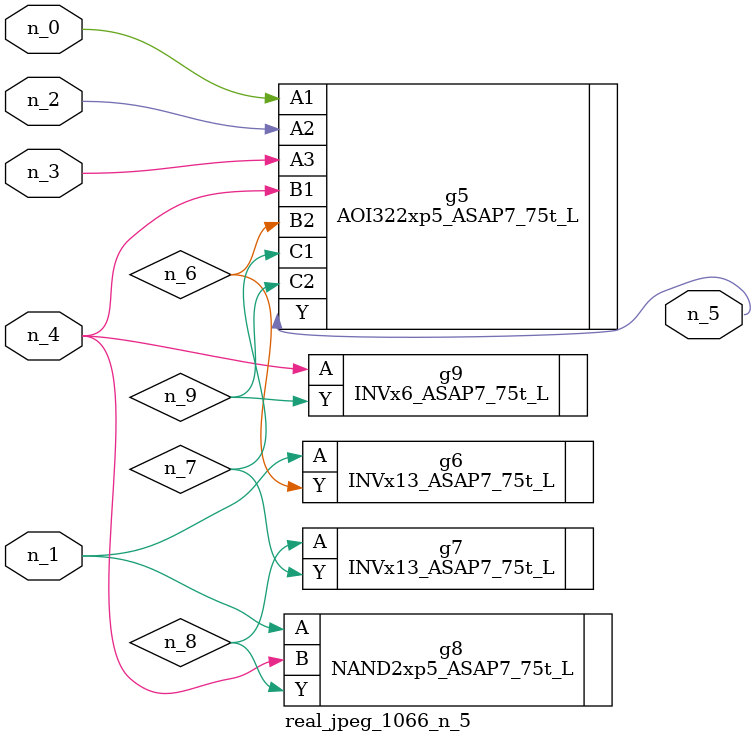
<source format=v>
module real_jpeg_1066_n_5 (n_4, n_0, n_1, n_2, n_3, n_5);

input n_4;
input n_0;
input n_1;
input n_2;
input n_3;

output n_5;

wire n_8;
wire n_6;
wire n_7;
wire n_9;

AOI322xp5_ASAP7_75t_L g5 ( 
.A1(n_0),
.A2(n_2),
.A3(n_3),
.B1(n_4),
.B2(n_6),
.C1(n_7),
.C2(n_9),
.Y(n_5)
);

INVx13_ASAP7_75t_L g6 ( 
.A(n_1),
.Y(n_6)
);

NAND2xp5_ASAP7_75t_L g8 ( 
.A(n_1),
.B(n_4),
.Y(n_8)
);

INVx6_ASAP7_75t_L g9 ( 
.A(n_4),
.Y(n_9)
);

INVx13_ASAP7_75t_L g7 ( 
.A(n_8),
.Y(n_7)
);


endmodule
</source>
